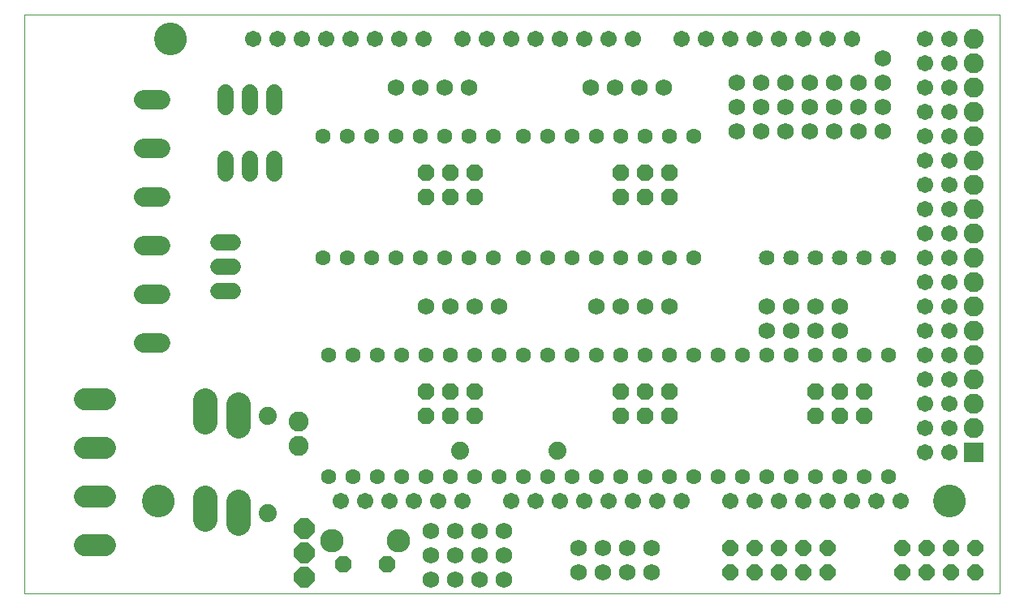
<source format=gbs>
G75*
G70*
%OFA0B0*%
%FSLAX24Y24*%
%IPPOS*%
%LPD*%
%AMOC8*
5,1,8,0,0,1.08239X$1,22.5*
%
%ADD10C,0.0000*%
%ADD11C,0.0680*%
%ADD12C,0.0680*%
%ADD13C,0.0740*%
%ADD14C,0.0671*%
%ADD15C,0.1340*%
%ADD16C,0.0789*%
%ADD17OC8,0.0680*%
%ADD18OC8,0.0840*%
%ADD19C,0.0986*%
%ADD20C,0.0905*%
%ADD21C,0.0640*%
%ADD22OC8,0.0640*%
%ADD23C,0.0631*%
%ADD24R,0.0820X0.0820*%
%ADD25C,0.0820*%
%ADD26C,0.0965*%
D10*
X001260Y000847D02*
X041317Y000847D01*
X041317Y024655D01*
X001260Y024655D01*
X001260Y000847D01*
X006130Y004659D02*
X006132Y004709D01*
X006138Y004759D01*
X006148Y004808D01*
X006162Y004856D01*
X006179Y004903D01*
X006200Y004948D01*
X006225Y004992D01*
X006253Y005033D01*
X006285Y005072D01*
X006319Y005109D01*
X006356Y005143D01*
X006396Y005173D01*
X006438Y005200D01*
X006482Y005224D01*
X006528Y005245D01*
X006575Y005261D01*
X006623Y005274D01*
X006673Y005283D01*
X006722Y005288D01*
X006773Y005289D01*
X006823Y005286D01*
X006872Y005279D01*
X006921Y005268D01*
X006969Y005253D01*
X007015Y005235D01*
X007060Y005213D01*
X007103Y005187D01*
X007144Y005158D01*
X007183Y005126D01*
X007219Y005091D01*
X007251Y005053D01*
X007281Y005013D01*
X007308Y004970D01*
X007331Y004926D01*
X007350Y004880D01*
X007366Y004832D01*
X007378Y004783D01*
X007386Y004734D01*
X007390Y004684D01*
X007390Y004634D01*
X007386Y004584D01*
X007378Y004535D01*
X007366Y004486D01*
X007350Y004438D01*
X007331Y004392D01*
X007308Y004348D01*
X007281Y004305D01*
X007251Y004265D01*
X007219Y004227D01*
X007183Y004192D01*
X007144Y004160D01*
X007103Y004131D01*
X007060Y004105D01*
X007015Y004083D01*
X006969Y004065D01*
X006921Y004050D01*
X006872Y004039D01*
X006823Y004032D01*
X006773Y004029D01*
X006722Y004030D01*
X006673Y004035D01*
X006623Y004044D01*
X006575Y004057D01*
X006528Y004073D01*
X006482Y004094D01*
X006438Y004118D01*
X006396Y004145D01*
X006356Y004175D01*
X006319Y004209D01*
X006285Y004246D01*
X006253Y004285D01*
X006225Y004326D01*
X006200Y004370D01*
X006179Y004415D01*
X006162Y004462D01*
X006148Y004510D01*
X006138Y004559D01*
X006132Y004609D01*
X006130Y004659D01*
X006630Y023659D02*
X006632Y023709D01*
X006638Y023759D01*
X006648Y023808D01*
X006662Y023856D01*
X006679Y023903D01*
X006700Y023948D01*
X006725Y023992D01*
X006753Y024033D01*
X006785Y024072D01*
X006819Y024109D01*
X006856Y024143D01*
X006896Y024173D01*
X006938Y024200D01*
X006982Y024224D01*
X007028Y024245D01*
X007075Y024261D01*
X007123Y024274D01*
X007173Y024283D01*
X007222Y024288D01*
X007273Y024289D01*
X007323Y024286D01*
X007372Y024279D01*
X007421Y024268D01*
X007469Y024253D01*
X007515Y024235D01*
X007560Y024213D01*
X007603Y024187D01*
X007644Y024158D01*
X007683Y024126D01*
X007719Y024091D01*
X007751Y024053D01*
X007781Y024013D01*
X007808Y023970D01*
X007831Y023926D01*
X007850Y023880D01*
X007866Y023832D01*
X007878Y023783D01*
X007886Y023734D01*
X007890Y023684D01*
X007890Y023634D01*
X007886Y023584D01*
X007878Y023535D01*
X007866Y023486D01*
X007850Y023438D01*
X007831Y023392D01*
X007808Y023348D01*
X007781Y023305D01*
X007751Y023265D01*
X007719Y023227D01*
X007683Y023192D01*
X007644Y023160D01*
X007603Y023131D01*
X007560Y023105D01*
X007515Y023083D01*
X007469Y023065D01*
X007421Y023050D01*
X007372Y023039D01*
X007323Y023032D01*
X007273Y023029D01*
X007222Y023030D01*
X007173Y023035D01*
X007123Y023044D01*
X007075Y023057D01*
X007028Y023073D01*
X006982Y023094D01*
X006938Y023118D01*
X006896Y023145D01*
X006856Y023175D01*
X006819Y023209D01*
X006785Y023246D01*
X006753Y023285D01*
X006725Y023326D01*
X006700Y023370D01*
X006679Y023415D01*
X006662Y023462D01*
X006648Y023510D01*
X006638Y023559D01*
X006632Y023609D01*
X006630Y023659D01*
X038630Y004659D02*
X038632Y004709D01*
X038638Y004759D01*
X038648Y004808D01*
X038662Y004856D01*
X038679Y004903D01*
X038700Y004948D01*
X038725Y004992D01*
X038753Y005033D01*
X038785Y005072D01*
X038819Y005109D01*
X038856Y005143D01*
X038896Y005173D01*
X038938Y005200D01*
X038982Y005224D01*
X039028Y005245D01*
X039075Y005261D01*
X039123Y005274D01*
X039173Y005283D01*
X039222Y005288D01*
X039273Y005289D01*
X039323Y005286D01*
X039372Y005279D01*
X039421Y005268D01*
X039469Y005253D01*
X039515Y005235D01*
X039560Y005213D01*
X039603Y005187D01*
X039644Y005158D01*
X039683Y005126D01*
X039719Y005091D01*
X039751Y005053D01*
X039781Y005013D01*
X039808Y004970D01*
X039831Y004926D01*
X039850Y004880D01*
X039866Y004832D01*
X039878Y004783D01*
X039886Y004734D01*
X039890Y004684D01*
X039890Y004634D01*
X039886Y004584D01*
X039878Y004535D01*
X039866Y004486D01*
X039850Y004438D01*
X039831Y004392D01*
X039808Y004348D01*
X039781Y004305D01*
X039751Y004265D01*
X039719Y004227D01*
X039683Y004192D01*
X039644Y004160D01*
X039603Y004131D01*
X039560Y004105D01*
X039515Y004083D01*
X039469Y004065D01*
X039421Y004050D01*
X039372Y004039D01*
X039323Y004032D01*
X039273Y004029D01*
X039222Y004030D01*
X039173Y004035D01*
X039123Y004044D01*
X039075Y004057D01*
X039028Y004073D01*
X038982Y004094D01*
X038938Y004118D01*
X038896Y004145D01*
X038856Y004175D01*
X038819Y004209D01*
X038785Y004246D01*
X038753Y004285D01*
X038725Y004326D01*
X038700Y004370D01*
X038679Y004415D01*
X038662Y004462D01*
X038648Y004510D01*
X038638Y004559D01*
X038632Y004609D01*
X038630Y004659D01*
D11*
X034760Y011659D03*
X033760Y011659D03*
X032760Y011659D03*
X031760Y011659D03*
X031760Y012659D03*
X032760Y012659D03*
X033760Y012659D03*
X034760Y012659D03*
X027760Y012659D03*
X026760Y012659D03*
X025760Y012659D03*
X024760Y012659D03*
X020760Y012659D03*
X019760Y012659D03*
X018760Y012659D03*
X017760Y012659D03*
X030510Y019847D03*
X031510Y019847D03*
X032510Y019847D03*
X033510Y019847D03*
X034510Y019847D03*
X035510Y019847D03*
X036510Y019847D03*
X036510Y020847D03*
X036510Y021847D03*
X035510Y021847D03*
X034510Y021847D03*
X033510Y021847D03*
X032510Y021847D03*
X031510Y021847D03*
X030510Y021847D03*
X030510Y020847D03*
X031510Y020847D03*
X032510Y020847D03*
X033510Y020847D03*
X034510Y020847D03*
X035510Y020847D03*
X036510Y022847D03*
X027510Y021659D03*
X026510Y021659D03*
X025510Y021659D03*
X024510Y021659D03*
X019510Y021659D03*
X018510Y021659D03*
X017510Y021659D03*
X016510Y021659D03*
X017947Y003409D03*
X017947Y002409D03*
X018947Y002409D03*
X019947Y002409D03*
X020947Y002409D03*
X020947Y003409D03*
X019947Y003409D03*
X018947Y003409D03*
X018947Y001409D03*
X019947Y001409D03*
X020947Y001409D03*
X017947Y001409D03*
X024010Y001722D03*
X025010Y001722D03*
X026010Y001722D03*
X027010Y001722D03*
X027010Y002722D03*
X026010Y002722D03*
X025010Y002722D03*
X024010Y002722D03*
D12*
X009810Y013284D02*
X009210Y013284D01*
X009210Y014284D02*
X009810Y014284D01*
X009810Y015284D02*
X009210Y015284D01*
X009510Y018109D02*
X009510Y018709D01*
X010510Y018709D02*
X010510Y018109D01*
X011510Y018109D02*
X011510Y018709D01*
X011510Y020859D02*
X011510Y021459D01*
X010510Y021459D02*
X010510Y020859D01*
X009510Y020859D02*
X009510Y021459D01*
D13*
X011260Y008159D03*
X011260Y004159D03*
X019170Y006710D03*
X023170Y006710D03*
D14*
X023260Y004659D03*
X024260Y004659D03*
X025260Y004659D03*
X026260Y004659D03*
X027260Y004659D03*
X028260Y004659D03*
X030260Y004659D03*
X031260Y004659D03*
X032260Y004659D03*
X033260Y004659D03*
X034260Y004659D03*
X035260Y004659D03*
X036260Y004659D03*
X037260Y004659D03*
X038260Y006659D03*
X039260Y006659D03*
X039260Y007659D03*
X038260Y007659D03*
X038260Y008659D03*
X039260Y008659D03*
X039260Y009659D03*
X038260Y009659D03*
X038260Y010659D03*
X039260Y010659D03*
X039260Y011659D03*
X038260Y011659D03*
X038260Y012659D03*
X039260Y012659D03*
X039260Y013659D03*
X038260Y013659D03*
X038260Y014659D03*
X039260Y014659D03*
X039260Y015659D03*
X038260Y015659D03*
X038260Y016659D03*
X039260Y016659D03*
X039260Y017659D03*
X038260Y017659D03*
X038260Y018659D03*
X039260Y018659D03*
X039260Y019659D03*
X038260Y019659D03*
X038260Y020659D03*
X039260Y020659D03*
X039260Y021659D03*
X038260Y021659D03*
X038260Y022659D03*
X039260Y022659D03*
X039260Y023659D03*
X038260Y023659D03*
X035260Y023659D03*
X034260Y023659D03*
X033260Y023659D03*
X032260Y023659D03*
X031260Y023659D03*
X030260Y023659D03*
X029260Y023659D03*
X028260Y023659D03*
X026260Y023659D03*
X025260Y023659D03*
X024260Y023659D03*
X023260Y023659D03*
X022260Y023659D03*
X021260Y023659D03*
X020260Y023659D03*
X019260Y023659D03*
X017660Y023659D03*
X016660Y023659D03*
X015660Y023659D03*
X014660Y023659D03*
X013660Y023659D03*
X012660Y023659D03*
X011660Y023659D03*
X010660Y023659D03*
X014260Y004659D03*
X015260Y004659D03*
X016260Y004659D03*
X017260Y004659D03*
X018260Y004659D03*
X019260Y004659D03*
X021260Y004659D03*
X022260Y004659D03*
D15*
X006760Y004659D03*
X007260Y023659D03*
X039260Y004659D03*
D16*
X006864Y011159D02*
X006156Y011159D01*
X006156Y013159D02*
X006864Y013159D01*
X006864Y015159D02*
X006156Y015159D01*
X006156Y017159D02*
X006864Y017159D01*
X006864Y019159D02*
X006156Y019159D01*
X006156Y021159D02*
X006864Y021159D01*
D17*
X017760Y018159D03*
X018760Y018159D03*
X019760Y018159D03*
X019760Y017159D03*
X018760Y017159D03*
X017760Y017159D03*
X025760Y017159D03*
X026760Y017159D03*
X027760Y017159D03*
X027760Y018159D03*
X026760Y018159D03*
X025760Y018159D03*
X025760Y009159D03*
X026760Y009159D03*
X027760Y009159D03*
X027760Y008159D03*
X026760Y008159D03*
X025760Y008159D03*
X019760Y008159D03*
X018760Y008159D03*
X017760Y008159D03*
X017760Y009159D03*
X018760Y009159D03*
X019760Y009159D03*
X016150Y002044D03*
X014370Y002044D03*
X033760Y008159D03*
X034760Y008159D03*
X035760Y008159D03*
X035760Y009159D03*
X034760Y009159D03*
X033760Y009159D03*
D18*
X012760Y003534D03*
X012760Y002524D03*
X012760Y001524D03*
D19*
X010072Y003706D02*
X010072Y004612D01*
X008697Y004799D02*
X008697Y003894D01*
X008697Y007894D02*
X008697Y008799D01*
X010072Y008612D02*
X010072Y007706D01*
D20*
X004547Y006847D02*
X003722Y006847D01*
X003722Y004847D02*
X004547Y004847D01*
X004547Y002847D02*
X003722Y002847D01*
X003722Y008847D02*
X004547Y008847D01*
D21*
X031760Y014659D03*
X032760Y014659D03*
X033760Y014659D03*
X034760Y014659D03*
X035760Y014659D03*
X036760Y014659D03*
D22*
X037322Y002722D03*
X038322Y002722D03*
X039322Y002722D03*
X040322Y002722D03*
X040322Y001722D03*
X039322Y001722D03*
X038322Y001722D03*
X037322Y001722D03*
X034260Y001722D03*
X033260Y001722D03*
X032260Y001722D03*
X031260Y001722D03*
X030260Y001722D03*
X030260Y002722D03*
X031260Y002722D03*
X032260Y002722D03*
X033260Y002722D03*
X034260Y002722D03*
D23*
X034760Y005659D03*
X033760Y005659D03*
X032760Y005659D03*
X031760Y005659D03*
X030760Y005659D03*
X029760Y005659D03*
X028760Y005659D03*
X027760Y005659D03*
X026760Y005659D03*
X025760Y005659D03*
X024760Y005659D03*
X023760Y005659D03*
X022760Y005659D03*
X021760Y005659D03*
X020760Y005659D03*
X019760Y005659D03*
X018760Y005659D03*
X017760Y005659D03*
X016760Y005659D03*
X015760Y005659D03*
X014760Y005659D03*
X013760Y005659D03*
X013760Y010659D03*
X014760Y010659D03*
X015760Y010659D03*
X016760Y010659D03*
X017760Y010659D03*
X018760Y010659D03*
X019760Y010659D03*
X020760Y010659D03*
X021760Y010659D03*
X022760Y010659D03*
X023760Y010659D03*
X024760Y010659D03*
X025760Y010659D03*
X026760Y010659D03*
X027760Y010659D03*
X028760Y010659D03*
X029760Y010659D03*
X030760Y010659D03*
X031760Y010659D03*
X032760Y010659D03*
X033760Y010659D03*
X034760Y010659D03*
X035760Y010659D03*
X036760Y010659D03*
X036760Y005659D03*
X035760Y005659D03*
X028760Y014659D03*
X027760Y014659D03*
X026760Y014659D03*
X025760Y014659D03*
X024760Y014659D03*
X023760Y014659D03*
X022760Y014659D03*
X021760Y014659D03*
X020510Y014659D03*
X019510Y014659D03*
X018510Y014659D03*
X017510Y014659D03*
X016510Y014659D03*
X015510Y014659D03*
X014510Y014659D03*
X013510Y014659D03*
X013510Y019659D03*
X014510Y019659D03*
X015510Y019659D03*
X016510Y019659D03*
X017510Y019659D03*
X018510Y019659D03*
X019510Y019659D03*
X020510Y019659D03*
X021760Y019659D03*
X022760Y019659D03*
X023760Y019659D03*
X024760Y019659D03*
X025760Y019659D03*
X026760Y019659D03*
X027760Y019659D03*
X028760Y019659D03*
D24*
X040260Y006659D03*
D25*
X040260Y007659D03*
X040260Y008659D03*
X040260Y009659D03*
X040260Y010659D03*
X040260Y011659D03*
X040260Y012659D03*
X040260Y013659D03*
X040260Y014659D03*
X040260Y015659D03*
X040260Y016659D03*
X040260Y017659D03*
X040260Y018659D03*
X040260Y019659D03*
X040260Y020659D03*
X040260Y021659D03*
X040260Y022659D03*
X040260Y023659D03*
X012510Y007909D03*
X012510Y006909D03*
D26*
X013880Y003024D03*
X016640Y003024D03*
M02*

</source>
